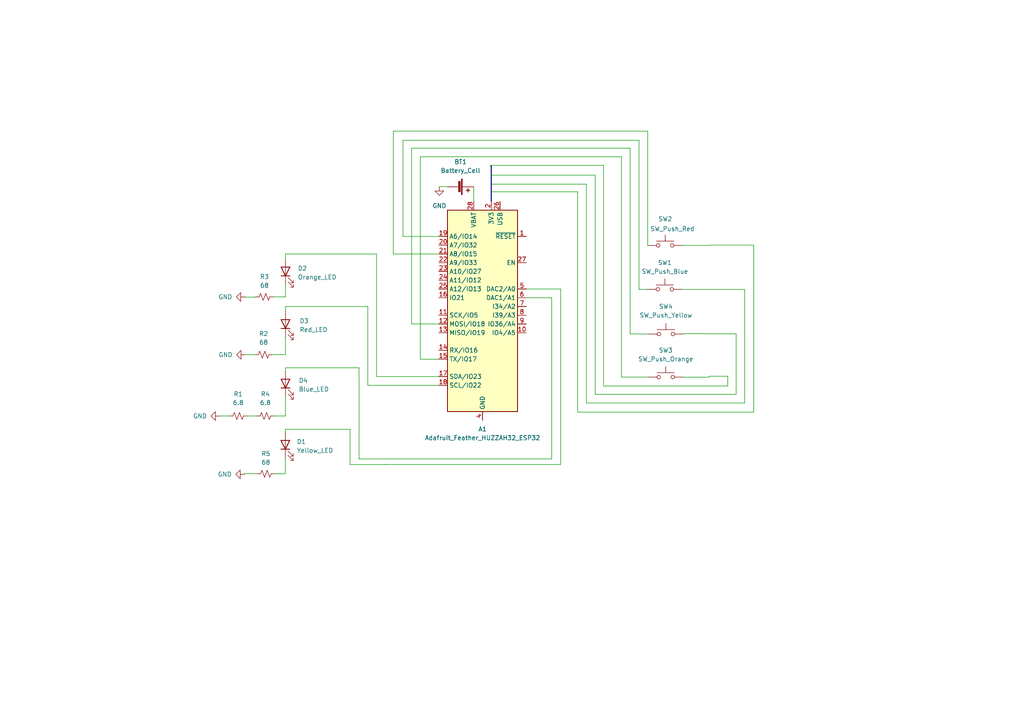
<source format=kicad_sch>
(kicad_sch (version 20210621) (generator eeschema)
  (paper "A4")
  (title_block (date "2021-11-04"))
  (lib_symbols
    (symbol "Device:Battery_Cell" (pin_numbers hide) (pin_names (offset 0) hide)
      (property "Reference" "BT" (at 2.54 2.54 0))
      (property "Value" "Battery_Cell" (at 2.54 0 0))
      (symbol "Battery_Cell_0_1"
        (rectangle (start -2.286 1.778) (end 2.286 1.524) (fill (type outline)))
        (rectangle (start -1.5748 1.1938) (end 1.4732 0.6858) (fill (type outline)))
        (polyline (pts (xy 0 0.762) (xy 0 0)))
        (polyline (pts (xy 0 1.778) (xy 0 2.54)))
        (polyline (pts (xy 0.508 3.429) (xy 1.524 3.429)) (stroke (width 0.254)))
        (polyline (pts (xy 1.016 3.937) (xy 1.016 2.921)) (stroke (width 0.254)))
      )
      (symbol "Battery_Cell_1_1"
        (pin passive line (at 0 5.08 270) (length 2.54) (name "+") (number "1"))
        (pin passive line (at 0 -2.54 90) (length 2.54) (name "-") (number "2"))
      )
    )
    (symbol "Device:LED" (pin_numbers hide) (pin_names (offset 1.016) hide)
      (property "Reference" "D" (at 0 2.54 0))
      (property "Value" "LED" (at 0 -2.54 0))
      (symbol "LED_0_1"
        (polyline (pts (xy -1.27 -1.27) (xy -1.27 1.27)) (stroke (width 0.254)))
        (polyline (pts (xy -1.27 0) (xy 1.27 0)))
        (polyline (pts (xy 1.27 -1.27) (xy 1.27 1.27) (xy -1.27 0) (xy 1.27 -1.27)) (stroke (width 0.254)))
        (polyline (pts (xy -3.048 -0.762) (xy -4.572 -2.286) (xy -3.81 -2.286) (xy -4.572 -2.286) (xy -4.572 -1.524)))
        (polyline (pts (xy -1.778 -0.762) (xy -3.302 -2.286) (xy -2.54 -2.286) (xy -3.302 -2.286) (xy -3.302 -1.524)))
      )
      (symbol "LED_1_1"
        (pin passive line (at -3.81 0 0) (length 2.54) (name "K") (number "1"))
        (pin passive line (at 3.81 0 180) (length 2.54) (name "A") (number "2"))
      )
    )
    (symbol "Device:R_Small_US" (pin_numbers hide) (pin_names (offset 0.254) hide)
      (property "Reference" "R" (at 0.762 0.508 0))
      (property "Value" "R_Small_US" (at 0.762 -1.016 0))
      (symbol "R_Small_US_1_1"
        (polyline (pts (xy 0 0) (xy 1.016 -0.381) (xy 0 -0.762) (xy -1.016 -1.143) (xy 0 -1.524)))
        (polyline (pts (xy 0 1.524) (xy 1.016 1.143) (xy 0 0.762) (xy -1.016 0.381) (xy 0 0)))
        (pin passive line (at 0 2.54 270) (length 1.016) (name "~") (number "1"))
        (pin passive line (at 0 -2.54 90) (length 1.016) (name "~") (number "2"))
      )
    )
    (symbol "MCU_Module:Adafruit_Feather_HUZZAH32_ESP32"
      (property "Reference" "A" (at -10.16 29.21 0))
      (property "Value" "Adafruit_Feather_HUZZAH32_ESP32" (at 2.54 -31.75 0))
      (symbol "Adafruit_Feather_HUZZAH32_ESP32_0_1"
        (rectangle (start -10.16 27.94) (end 10.16 -30.48) (stroke (width 0.254)) (fill (type background)))
      )
      (symbol "Adafruit_Feather_HUZZAH32_ESP32_1_1"
        (pin input line (at 12.7 20.32 180) (length 2.54) (name "~{RESET}") (number "1"))
        (pin bidirectional line (at 12.7 -7.62 180) (length 2.54) (name "IO4/A5") (number "10"))
        (pin bidirectional line (at -12.7 -2.54 0) (length 2.54) (name "SCK/IO5") (number "11"))
        (pin bidirectional line (at -12.7 -5.08 0) (length 2.54) (name "MOSI/IO18") (number "12"))
        (pin bidirectional line (at -12.7 -7.62 0) (length 2.54) (name "MISO/IO19") (number "13"))
        (pin bidirectional line (at -12.7 -12.7 0) (length 2.54) (name "RX/IO16") (number "14"))
        (pin bidirectional line (at -12.7 -15.24 0) (length 2.54) (name "TX/IO17") (number "15"))
        (pin bidirectional line (at -12.7 2.54 0) (length 2.54) (name "IO21") (number "16"))
        (pin bidirectional line (at -12.7 -20.32 0) (length 2.54) (name "SDA/IO23") (number "17"))
        (pin bidirectional line (at -12.7 -22.86 0) (length 2.54) (name "SCL/IO22") (number "18"))
        (pin bidirectional line (at -12.7 20.32 0) (length 2.54) (name "A6/IO14") (number "19"))
        (pin power_in line (at 2.54 30.48 270) (length 2.54) (name "3V3") (number "2"))
        (pin bidirectional line (at -12.7 17.78 0) (length 2.54) (name "A7/IO32") (number "20"))
        (pin bidirectional line (at -12.7 15.24 0) (length 2.54) (name "A8/IO15") (number "21"))
        (pin bidirectional line (at -12.7 12.7 0) (length 2.54) (name "A9/IO33") (number "22"))
        (pin bidirectional line (at -12.7 10.16 0) (length 2.54) (name "A10/IO27") (number "23"))
        (pin bidirectional line (at -12.7 7.62 0) (length 2.54) (name "A11/IO12") (number "24"))
        (pin bidirectional line (at -12.7 5.08 0) (length 2.54) (name "A12/IO13") (number "25"))
        (pin power_in line (at 5.08 30.48 270) (length 2.54) (name "USB") (number "26"))
        (pin input line (at 12.7 12.7 180) (length 2.54) (name "EN") (number "27"))
        (pin power_in line (at -2.54 30.48 270) (length 2.54) (name "VBAT") (number "28"))
        (pin no_connect line (at 10.16 10.16 180) (length 2.54) hide (name "NC") (number "3"))
        (pin power_in line (at 0 -33.02 90) (length 2.54) (name "GND") (number "4"))
        (pin bidirectional line (at 12.7 5.08 180) (length 2.54) (name "DAC2/A0") (number "5"))
        (pin bidirectional line (at 12.7 2.54 180) (length 2.54) (name "DAC1/A1") (number "6"))
        (pin bidirectional line (at 12.7 0 180) (length 2.54) (name "I34/A2") (number "7"))
        (pin bidirectional line (at 12.7 -2.54 180) (length 2.54) (name "I39/A3") (number "8"))
        (pin bidirectional line (at 12.7 -5.08 180) (length 2.54) (name "IO36/A4") (number "9"))
      )
    )
    (symbol "Switch:SW_Push" (pin_numbers hide) (pin_names (offset 1.016) hide)
      (property "Reference" "SW" (at 1.27 2.54 0))
      (property "Value" "SW_Push" (at 0 -1.524 0))
      (symbol "SW_Push_0_1"
        (circle (center -2.032 0) (radius 0.508))
        (polyline (pts (xy 0 1.27) (xy 0 3.048)))
        (polyline (pts (xy 2.54 1.27) (xy -2.54 1.27)))
        (circle (center 2.032 0) (radius 0.508))
        (pin passive line (at -5.08 0 0) (length 2.54) (name "1") (number "1"))
        (pin passive line (at 5.08 0 180) (length 2.54) (name "2") (number "2"))
      )
    )
    (symbol "power:GND" (power) (pin_names (offset 0))
      (property "Value" "GND" (at 0 -3.81 0))
      (symbol "GND_0_1"
        (polyline (pts (xy 0 0) (xy 0 -1.27) (xy 1.27 -1.27) (xy 0 -2.54) (xy -1.27 -1.27) (xy 0 -1.27)))
      )
      (symbol "GND_1_1"
        (pin power_in line (at 0 0 270) (length 0) hide (name "GND") (number "1"))
      )
    )
  )
  (wire (pts (xy 187.7568 83.947) (xy 187.7568 83.9978)))
  (wire (pts (xy 185.3438 83.947) (xy 187.7568 83.947)))
  (wire (pts (xy 116.8908 40.6908) (xy 185.3438 40.6908)))
  (wire (pts (xy 185.3438 40.6908) (xy 185.3438 83.947)))
  (wire (pts (xy 116.8908 68.58) (xy 116.8908 40.6908)))
  (wire (pts (xy 127.254 68.58) (xy 116.8908 68.58)))
  (wire (pts (xy 180.2638 109.3724) (xy 188.0108 109.3724)))
  (wire (pts (xy 121.8946 45.466) (xy 180.2638 45.466)))
  (wire (pts (xy 180.2638 45.466) (xy 180.2638 109.3724)))
  (wire (pts (xy 121.8946 104.1908) (xy 121.8946 45.466)))
  (wire (pts (xy 127.2286 104.1908) (xy 121.8946 104.1908)))
  (wire (pts (xy 137.414 56.8198) (xy 137.414 58.5216)))
  (wire (pts (xy 82.804 115.062) (xy 82.804 120.65)))
  (wire (pts (xy 82.804 120.65) (xy 79.502 120.65)))
  (wire (pts (xy 213.5124 114.3762) (xy 172.6438 114.3762)))
  (wire (pts (xy 213.5124 96.8248) (xy 213.5124 114.3762)))
  (wire (pts (xy 205.8162 96.8248) (xy 213.5124 96.8248)))
  (wire (pts (xy 142.4432 50.8) (xy 172.6438 50.8)))
  (wire (pts (xy 142.4432 50.8) (xy 142.4432 50.5968)))
  (wire (pts (xy 172.6438 114.3762) (xy 172.6438 50.8)))
  (wire (pts (xy 197.8406 83.947) (xy 206.1718 83.947)))
  (wire (pts (xy 82.804 86.106) (xy 79.248 86.106)))
  (wire (pts (xy 82.804 82.55) (xy 82.804 86.106)))
  (wire (pts (xy 218.6178 119.5324) (xy 167.5384 119.5324)))
  (wire (pts (xy 218.6178 71.0946) (xy 218.6178 119.5324)))
  (wire (pts (xy 205.994 71.0946) (xy 218.6178 71.0946)))
  (wire (pts (xy 142.5194 55.626) (xy 167.5384 55.626)))
  (wire (pts (xy 167.5384 119.5324) (xy 167.5384 55.626)))
  (wire (pts (xy 215.9762 116.8908) (xy 170.0784 116.8908)))
  (wire (pts (xy 215.9762 83.947) (xy 215.9762 116.8908)))
  (wire (pts (xy 206.1972 83.947) (xy 215.9762 83.947)))
  (wire (pts (xy 142.621 53.4162) (xy 142.621 53.3146)))
  (wire (pts (xy 142.621 53.4162) (xy 170.0784 53.4162)))
  (wire (pts (xy 170.0784 116.8908) (xy 170.0784 53.4162)))
  (wire (pts (xy 160.02 86.36) (xy 160.02 133.096)))
  (wire (pts (xy 152.654 86.36) (xy 160.02 86.36)))
  (wire (pts (xy 160.02 133.096) (xy 104.14 133.096)))
  (wire (pts (xy 104.14 133.096) (xy 104.14 106.68)))
  (wire (pts (xy 82.804 106.68) (xy 82.804 107.442)))
  (wire (pts (xy 104.14 106.68) (xy 82.804 106.68)))
  (wire (pts (xy 82.804 73.66) (xy 82.804 74.93)))
  (wire (pts (xy 127.254 109.22) (xy 109.22 109.22)))
  (wire (pts (xy 109.22 73.66) (xy 82.804 73.66)))
  (wire (pts (xy 109.22 109.22) (xy 109.22 73.66)))
  (bus (pts (xy 142.494 48.1076) (xy 142.494 58.3946)))
  (wire (pts (xy 198.247 96.7994) (xy 205.7908 96.7994)))
  (wire (pts (xy 188.0362 96.7994) (xy 188.0362 96.8756)))
  (wire (pts (xy 182.753 96.8502) (xy 188.0362 96.8756)))
  (wire (pts (xy 119.38 42.9768) (xy 182.753 42.9768)))
  (wire (pts (xy 182.753 42.9768) (xy 182.753 96.8502)))
  (wire (pts (xy 127.3048 93.9546) (xy 119.38 93.9546)))
  (wire (pts (xy 119.38 93.9546) (xy 119.38 42.9768)))
  (wire (pts (xy 187.8584 38.0238) (xy 187.8584 71.1962)))
  (wire (pts (xy 114.0714 38.0238) (xy 187.8584 38.0238)))
  (wire (pts (xy 114.0714 73.66) (xy 114.0714 38.0238)))
  (wire (pts (xy 127.1778 73.66) (xy 114.0714 73.66)))
  (wire (pts (xy 137.3886 54.1782) (xy 137.3886 56.7182)))
  (wire (pts (xy 70.9422 86.1822) (xy 74.2442 86.1822)))
  (wire (pts (xy 82.7532 124.6378) (xy 82.7532 125.1966)))
  (wire (pts (xy 198.0946 109.3978) (xy 205.74 109.3978)))
  (wire (pts (xy 205.74 109.2708) (xy 205.74 109.3978)))
  (wire (pts (xy 111.76 134.747) (xy 101.5238 134.747)))
  (wire (pts (xy 101.5238 124.5108) (xy 82.7786 124.5108)))
  (wire (pts (xy 101.5238 134.747) (xy 101.5238 124.5108)))
  (wire (pts (xy 82.7532 137.414) (xy 79.6544 137.414)))
  (wire (pts (xy 82.7532 132.8166) (xy 82.7532 137.414)))
  (wire (pts (xy 82.804 88.9) (xy 82.804 90.17)))
  (wire (pts (xy 197.8152 71.1708) (xy 205.9178 71.1708)))
  (wire (pts (xy 71.0184 102.87) (xy 73.914 102.87)))
  (wire (pts (xy 211.074 111.9632) (xy 175.0568 111.9632)))
  (wire (pts (xy 205.7146 109.1184) (xy 211.074 109.1184)))
  (wire (pts (xy 211.074 109.1184) (xy 211.074 111.9632)))
  (wire (pts (xy 175.0568 47.9552) (xy 142.24 47.9552)))
  (wire (pts (xy 142.24 47.9552) (xy 142.24 48.2854)))
  (wire (pts (xy 175.0568 111.9632) (xy 175.0568 47.9552)))
  (wire (pts (xy 74.5236 137.3886) (xy 70.866 137.3886)))
  (wire (pts (xy 129.7686 54.1274) (xy 127.4318 54.1274)))
  (wire (pts (xy 127.254 111.76) (xy 106.68 111.76)))
  (wire (pts (xy 106.68 88.9) (xy 82.804 88.9)))
  (wire (pts (xy 106.68 111.76) (xy 106.68 88.9)))
  (wire (pts (xy 162.6108 134.7216) (xy 162.6108 83.82)))
  (wire (pts (xy 152.5524 83.82) (xy 162.6108 83.82)))
  (wire (pts (xy 111.7092 134.7216) (xy 162.6108 134.7216)))
  (wire (pts (xy 63.627 120.65) (xy 66.7004 120.65)))
  (wire (pts (xy 82.804 102.87) (xy 78.994 102.87)))
  (wire (pts (xy 82.804 97.79) (xy 82.804 102.87)))
  (wire (pts (xy 71.628 120.65) (xy 74.422 120.65)))
  (symbol (lib_id "Switch:SW_Push") (at 193.0908 109.3724 0) (unit 1)
    (property "Reference" "SW3" (at 193.0908 101.6 0))
    (property "Value" "SW_Push_Orange" (at 193.0908 104.14 0))
    (property "Footprint" "Button_Switch_SMD:SW_SPST_B3U-1000P" (effects hide))
  )
  (symbol (lib_id "Device:R_Small_US") (at 76.708 86.106 90) (unit 1)
    (property "Reference" "R3" (at 76.708 80.264 90))
    (property "Value" "68" (at 76.708 82.804 90))
    (property "Footprint" "Resistor_SMD:R_0805_2012Metric_Pad1.20x1.40mm_HandSolder" (effects hide))
  )
  (symbol (lib_id "MCU_Module:Adafruit_Feather_HUZZAH32_ESP32") (at 139.954 88.9 0) (unit 1)
    (property "Reference" "A1" (at 139.954 124.46 0))
    (property "Value" "Adafruit_Feather_HUZZAH32_ESP32" (at 139.954 127 0))
    (property "Footprint" "Module:Adafruit_Feather" (effects hide))
    (property "Datasheet" "https://cdn-learn.adafruit.com/downloads/pdf/adafruit-huzzah32-esp32-feather.pdf" (effects hide))
  )
  (symbol (lib_id "Device:Battery_Cell") (at 132.3086 54.1782 270) (unit 1)
    (property "Reference" "BT1" (at 133.5786 46.9392 90))
    (property "Value" "Battery_Cell" (at 133.5786 49.4792 90))
    (property "Footprint" "Battery:BatteryHolder_Keystone_2479_3xAAA" (effects hide))
  )
  (symbol (lib_id "Device:LED") (at 82.7532 129.0066 90) (unit 1)
    (property "Reference" "D1" (at 86.0552 128.1174 90) (effects (justify right)))
    (property "Value" "Yellow_LED" (at 86.0552 130.6574 90) (effects (justify right)))
    (property "Footprint" "LED_SMD:LED_0201_0603Metric" (effects hide))
  )
  (symbol (lib_id "power:GND") (at 70.9422 137.5664 270) (unit 1)
    (property "Reference" "#PWR02" (effects hide))
    (property "Value" "GND" (at 67.2338 137.5663 90) (effects (justify right)))
  )
  (symbol (lib_id "power:GND") (at 63.754 120.6754 270) (unit 1)
    (property "Reference" "#PWR01" (effects hide))
    (property "Value" "GND" (at 60.0456 120.6753 90) (effects (justify right)))
  )
  (symbol (lib_id "Switch:SW_Push") (at 192.9384 71.1962 0) (unit 1)
    (property "Reference" "SW2" (at 192.9384 63.5 0))
    (property "Value" "SW_Push_Red" (at 195.0212 66.3702 0))
    (property "Footprint" "Button_Switch_SMD:SW_SPST_B3U-1000P" (effects hide))
  )
  (symbol (lib_id "Device:R_Small_US") (at 76.454 102.87 90) (unit 1)
    (property "Reference" "R2" (at 76.454 96.774 90))
    (property "Value" "68" (at 76.454 99.314 90))
    (property "Footprint" "Resistor_SMD:R_0805_2012Metric_Pad1.20x1.40mm_HandSolder" (effects hide))
  )
  (symbol (lib_id "Device:LED") (at 82.804 93.98 90) (unit 1)
    (property "Reference" "D3" (at 86.868 93.0908 90) (effects (justify right)))
    (property "Value" "Red_LED" (at 86.868 95.6308 90) (effects (justify right)))
    (property "Footprint" "LED_SMD:LED_0201_0603Metric" (effects hide))
  )
  (symbol (lib_id "Switch:SW_Push") (at 192.8368 83.9216 0) (unit 1)
    (property "Reference" "SW1" (at 192.8368 76.2 0))
    (property "Value" "SW_Push_Blue" (at 192.8368 78.74 0))
    (property "Footprint" "Button_Switch_SMD:SW_SPST_B3U-1000P" (effects hide))
  )
  (symbol (lib_id "Device:R_Small_US") (at 69.088 120.65 90) (unit 1)
    (property "Reference" "R1" (at 69.088 114.3 90))
    (property "Value" "6.8" (at 69.088 116.84 90))
    (property "Footprint" "Resistor_SMD:R_0805_2012Metric_Pad1.20x1.40mm_HandSolder" (effects hide))
  )
  (symbol (lib_id "Device:R_Small_US") (at 77.1144 137.414 90) (unit 1)
    (property "Reference" "R5" (at 77.1144 131.572 90))
    (property "Value" "68" (at 77.1144 134.112 90))
    (property "Footprint" "Resistor_SMD:R_0805_2012Metric_Pad1.20x1.40mm_HandSolder" (effects hide))
  )
  (symbol (lib_id "Device:R_Small_US") (at 76.962 120.65 90) (unit 1)
    (property "Reference" "R4" (at 76.962 114.3 90))
    (property "Value" "6.8" (at 76.962 116.84 90))
    (property "Footprint" "Resistor_SMD:R_0805_2012Metric_Pad1.20x1.40mm_HandSolder" (effects hide))
  )
  (symbol (lib_id "Device:LED") (at 82.804 78.74 90) (unit 1)
    (property "Reference" "D2" (at 86.36 77.8508 90) (effects (justify right)))
    (property "Value" "Orange_LED" (at 86.36 80.3908 90) (effects (justify right)))
    (property "Footprint" "LED_SMD:LED_0201_0603Metric" (effects hide))
  )
  (symbol (lib_id "power:GND") (at 127.4318 54.1274 0) (unit 1)
    (property "Reference" "#PWR05" (effects hide))
    (property "Value" "GND" (at 127.4318 59.69 0))
  )
  (symbol (lib_id "power:GND") (at 71.1708 102.8954 270) (unit 1)
    (property "Reference" "#PWR04" (effects hide))
    (property "Value" "GND" (at 67.4624 102.8953 90) (effects (justify right)))
  )
  (symbol (lib_id "Switch:SW_Push") (at 193.1416 96.8756 0) (unit 1)
    (property "Reference" "SW4" (at 193.1416 88.9 0))
    (property "Value" "SW_Push_Yellow" (at 193.1416 91.44 0))
    (property "Footprint" "Button_Switch_SMD:SW_SPST_B3U-1000P" (effects hide))
  )
  (symbol (lib_id "power:GND") (at 71.0946 86.1314 270) (unit 1)
    (property "Reference" "#PWR03" (effects hide))
    (property "Value" "GND" (at 67.3862 86.1313 90) (effects (justify right)))
  )
  (symbol (lib_id "Device:LED") (at 82.804 111.252 90) (unit 1)
    (property "Reference" "D4" (at 86.614 110.3628 90) (effects (justify right)))
    (property "Value" "Blue_LED" (at 86.614 112.9028 90) (effects (justify right)))
    (property "Footprint" "LED_SMD:LED_0201_0603Metric" (effects hide))
  )
)
</source>
